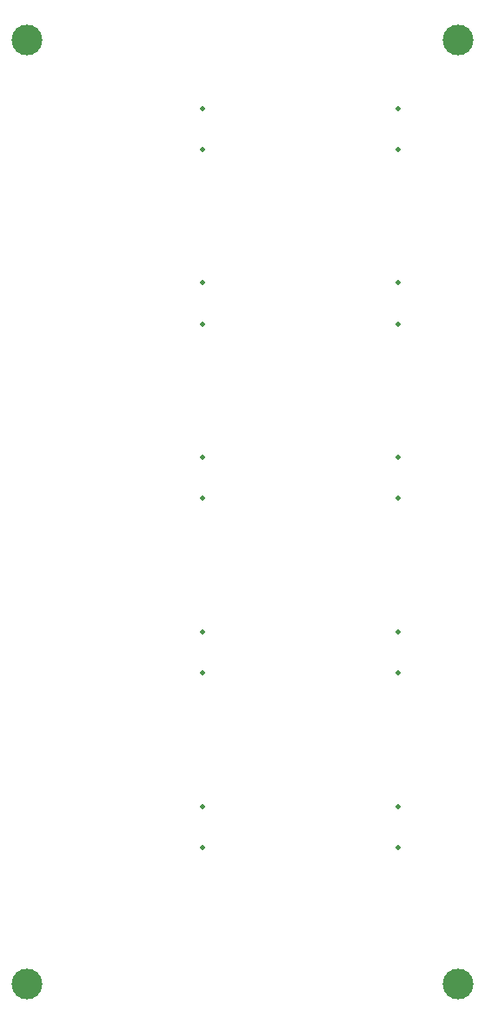
<source format=gbr>
%TF.GenerationSoftware,Altium Limited,Altium Designer,20.1.8 (145)*%
G04 Layer_Color=0*
%FSLAX45Y45*%
%MOMM*%
%TF.SameCoordinates,B3CF18BB-8163-4733-9D89-4CFBB204D872*%
%TF.FilePolarity,Positive*%
%TF.FileFunction,NonPlated,1,2,NPTH,Drill*%
%TF.Part,CustomerPanel*%
G01*
G75*
%TA.AperFunction,OtherDrill,Pad Free-1 (45mm,95mm)*%
%ADD51C,3.00000*%
%TA.AperFunction,OtherDrill,Pad Free-1 (3mm,95mm)*%
%ADD52C,3.00000*%
%TA.AperFunction,OtherDrill,Pad Free-1 (45mm,3mm)*%
%ADD53C,3.00000*%
%TA.AperFunction,OtherDrill,Pad Free-1 (3mm,3mm)*%
%ADD54C,3.00000*%
%TA.AperFunction,ComponentDrill*%
%ADD55C,0.50000*%
D51*
X4500000Y9500000D02*
D03*
D52*
X300000D02*
D03*
D53*
X4500000Y300000D02*
D03*
D54*
X300000D02*
D03*
D55*
X2013800Y1632000D02*
D03*
Y2032000D02*
D03*
X3913800Y1632000D02*
D03*
Y2032000D02*
D03*
X2013800Y3332000D02*
D03*
Y3732000D02*
D03*
X3913800Y3332000D02*
D03*
Y3732000D02*
D03*
X2013800Y5032000D02*
D03*
Y5432000D02*
D03*
X3913800Y5032000D02*
D03*
Y5432000D02*
D03*
X2013800Y6732000D02*
D03*
Y7132000D02*
D03*
X3913800Y6732000D02*
D03*
Y7132000D02*
D03*
X2013800Y8432000D02*
D03*
Y8832000D02*
D03*
X3913800Y8432000D02*
D03*
Y8832000D02*
D03*
%TF.MD5,da5c4b5165ed71ef76bd56c13f2ed486*%
M02*

</source>
